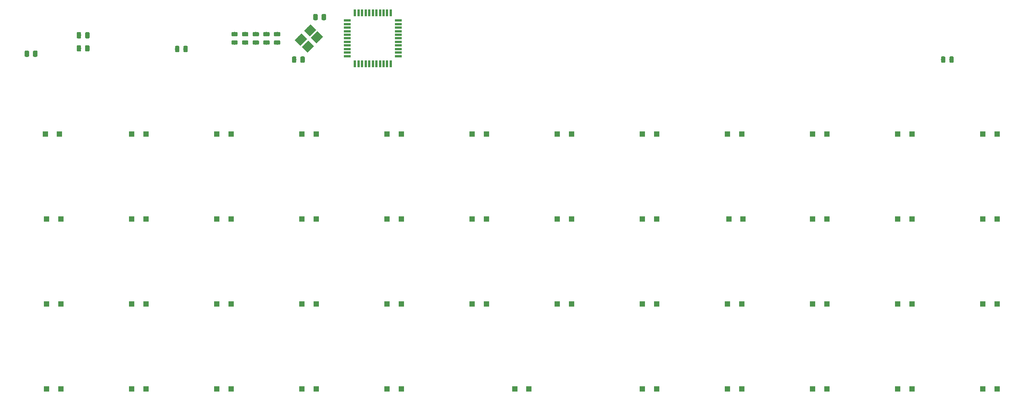
<source format=gbr>
G04 #@! TF.GenerationSoftware,KiCad,Pcbnew,(5.1.0)-1*
G04 #@! TF.CreationDate,2020-08-27T01:02:26-04:00*
G04 #@! TF.ProjectId,keyboard,6b657962-6f61-4726-942e-6b696361645f,rev?*
G04 #@! TF.SameCoordinates,Original*
G04 #@! TF.FileFunction,Paste,Bot*
G04 #@! TF.FilePolarity,Positive*
%FSLAX46Y46*%
G04 Gerber Fmt 4.6, Leading zero omitted, Abs format (unit mm)*
G04 Created by KiCad (PCBNEW (5.1.0)-1) date 2020-08-27 01:02:26*
%MOMM*%
%LPD*%
G04 APERTURE LIST*
%ADD10C,0.127000*%
%ADD11C,0.975000*%
%ADD12R,1.200000X1.200000*%
%ADD13R,0.550000X1.500000*%
%ADD14R,1.500000X0.550000*%
%ADD15C,1.800000*%
G04 APERTURE END LIST*
D10*
G36*
X89311392Y-37401174D02*
G01*
X89335053Y-37404684D01*
X89358257Y-37410496D01*
X89380779Y-37418554D01*
X89402403Y-37428782D01*
X89422920Y-37441079D01*
X89442133Y-37455329D01*
X89459857Y-37471393D01*
X89475921Y-37489117D01*
X89490171Y-37508330D01*
X89502468Y-37528847D01*
X89512696Y-37550471D01*
X89520754Y-37572993D01*
X89526566Y-37596197D01*
X89530076Y-37619858D01*
X89531250Y-37643750D01*
X89531250Y-38556250D01*
X89530076Y-38580142D01*
X89526566Y-38603803D01*
X89520754Y-38627007D01*
X89512696Y-38649529D01*
X89502468Y-38671153D01*
X89490171Y-38691670D01*
X89475921Y-38710883D01*
X89459857Y-38728607D01*
X89442133Y-38744671D01*
X89422920Y-38758921D01*
X89402403Y-38771218D01*
X89380779Y-38781446D01*
X89358257Y-38789504D01*
X89335053Y-38795316D01*
X89311392Y-38798826D01*
X89287500Y-38800000D01*
X88800000Y-38800000D01*
X88776108Y-38798826D01*
X88752447Y-38795316D01*
X88729243Y-38789504D01*
X88706721Y-38781446D01*
X88685097Y-38771218D01*
X88664580Y-38758921D01*
X88645367Y-38744671D01*
X88627643Y-38728607D01*
X88611579Y-38710883D01*
X88597329Y-38691670D01*
X88585032Y-38671153D01*
X88574804Y-38649529D01*
X88566746Y-38627007D01*
X88560934Y-38603803D01*
X88557424Y-38580142D01*
X88556250Y-38556250D01*
X88556250Y-37643750D01*
X88557424Y-37619858D01*
X88560934Y-37596197D01*
X88566746Y-37572993D01*
X88574804Y-37550471D01*
X88585032Y-37528847D01*
X88597329Y-37508330D01*
X88611579Y-37489117D01*
X88627643Y-37471393D01*
X88645367Y-37455329D01*
X88664580Y-37441079D01*
X88685097Y-37428782D01*
X88706721Y-37418554D01*
X88729243Y-37410496D01*
X88752447Y-37404684D01*
X88776108Y-37401174D01*
X88800000Y-37400000D01*
X89287500Y-37400000D01*
X89311392Y-37401174D01*
X89311392Y-37401174D01*
G37*
D11*
X89043750Y-38100000D03*
D10*
G36*
X87436392Y-37401174D02*
G01*
X87460053Y-37404684D01*
X87483257Y-37410496D01*
X87505779Y-37418554D01*
X87527403Y-37428782D01*
X87547920Y-37441079D01*
X87567133Y-37455329D01*
X87584857Y-37471393D01*
X87600921Y-37489117D01*
X87615171Y-37508330D01*
X87627468Y-37528847D01*
X87637696Y-37550471D01*
X87645754Y-37572993D01*
X87651566Y-37596197D01*
X87655076Y-37619858D01*
X87656250Y-37643750D01*
X87656250Y-38556250D01*
X87655076Y-38580142D01*
X87651566Y-38603803D01*
X87645754Y-38627007D01*
X87637696Y-38649529D01*
X87627468Y-38671153D01*
X87615171Y-38691670D01*
X87600921Y-38710883D01*
X87584857Y-38728607D01*
X87567133Y-38744671D01*
X87547920Y-38758921D01*
X87527403Y-38771218D01*
X87505779Y-38781446D01*
X87483257Y-38789504D01*
X87460053Y-38795316D01*
X87436392Y-38798826D01*
X87412500Y-38800000D01*
X86925000Y-38800000D01*
X86901108Y-38798826D01*
X86877447Y-38795316D01*
X86854243Y-38789504D01*
X86831721Y-38781446D01*
X86810097Y-38771218D01*
X86789580Y-38758921D01*
X86770367Y-38744671D01*
X86752643Y-38728607D01*
X86736579Y-38710883D01*
X86722329Y-38691670D01*
X86710032Y-38671153D01*
X86699804Y-38649529D01*
X86691746Y-38627007D01*
X86685934Y-38603803D01*
X86682424Y-38580142D01*
X86681250Y-38556250D01*
X86681250Y-37643750D01*
X86682424Y-37619858D01*
X86685934Y-37596197D01*
X86691746Y-37572993D01*
X86699804Y-37550471D01*
X86710032Y-37528847D01*
X86722329Y-37508330D01*
X86736579Y-37489117D01*
X86752643Y-37471393D01*
X86770367Y-37455329D01*
X86789580Y-37441079D01*
X86810097Y-37428782D01*
X86831721Y-37418554D01*
X86854243Y-37410496D01*
X86877447Y-37404684D01*
X86901108Y-37401174D01*
X86925000Y-37400000D01*
X87412500Y-37400000D01*
X87436392Y-37401174D01*
X87436392Y-37401174D01*
G37*
D11*
X87168750Y-38100000D03*
D10*
G36*
X84548892Y-46926174D02*
G01*
X84572553Y-46929684D01*
X84595757Y-46935496D01*
X84618279Y-46943554D01*
X84639903Y-46953782D01*
X84660420Y-46966079D01*
X84679633Y-46980329D01*
X84697357Y-46996393D01*
X84713421Y-47014117D01*
X84727671Y-47033330D01*
X84739968Y-47053847D01*
X84750196Y-47075471D01*
X84758254Y-47097993D01*
X84764066Y-47121197D01*
X84767576Y-47144858D01*
X84768750Y-47168750D01*
X84768750Y-48081250D01*
X84767576Y-48105142D01*
X84764066Y-48128803D01*
X84758254Y-48152007D01*
X84750196Y-48174529D01*
X84739968Y-48196153D01*
X84727671Y-48216670D01*
X84713421Y-48235883D01*
X84697357Y-48253607D01*
X84679633Y-48269671D01*
X84660420Y-48283921D01*
X84639903Y-48296218D01*
X84618279Y-48306446D01*
X84595757Y-48314504D01*
X84572553Y-48320316D01*
X84548892Y-48323826D01*
X84525000Y-48325000D01*
X84037500Y-48325000D01*
X84013608Y-48323826D01*
X83989947Y-48320316D01*
X83966743Y-48314504D01*
X83944221Y-48306446D01*
X83922597Y-48296218D01*
X83902080Y-48283921D01*
X83882867Y-48269671D01*
X83865143Y-48253607D01*
X83849079Y-48235883D01*
X83834829Y-48216670D01*
X83822532Y-48196153D01*
X83812304Y-48174529D01*
X83804246Y-48152007D01*
X83798434Y-48128803D01*
X83794924Y-48105142D01*
X83793750Y-48081250D01*
X83793750Y-47168750D01*
X83794924Y-47144858D01*
X83798434Y-47121197D01*
X83804246Y-47097993D01*
X83812304Y-47075471D01*
X83822532Y-47053847D01*
X83834829Y-47033330D01*
X83849079Y-47014117D01*
X83865143Y-46996393D01*
X83882867Y-46980329D01*
X83902080Y-46966079D01*
X83922597Y-46953782D01*
X83944221Y-46943554D01*
X83966743Y-46935496D01*
X83989947Y-46929684D01*
X84013608Y-46926174D01*
X84037500Y-46925000D01*
X84525000Y-46925000D01*
X84548892Y-46926174D01*
X84548892Y-46926174D01*
G37*
D11*
X84281250Y-47625000D03*
D10*
G36*
X82673892Y-46926174D02*
G01*
X82697553Y-46929684D01*
X82720757Y-46935496D01*
X82743279Y-46943554D01*
X82764903Y-46953782D01*
X82785420Y-46966079D01*
X82804633Y-46980329D01*
X82822357Y-46996393D01*
X82838421Y-47014117D01*
X82852671Y-47033330D01*
X82864968Y-47053847D01*
X82875196Y-47075471D01*
X82883254Y-47097993D01*
X82889066Y-47121197D01*
X82892576Y-47144858D01*
X82893750Y-47168750D01*
X82893750Y-48081250D01*
X82892576Y-48105142D01*
X82889066Y-48128803D01*
X82883254Y-48152007D01*
X82875196Y-48174529D01*
X82864968Y-48196153D01*
X82852671Y-48216670D01*
X82838421Y-48235883D01*
X82822357Y-48253607D01*
X82804633Y-48269671D01*
X82785420Y-48283921D01*
X82764903Y-48296218D01*
X82743279Y-48306446D01*
X82720757Y-48314504D01*
X82697553Y-48320316D01*
X82673892Y-48323826D01*
X82650000Y-48325000D01*
X82162500Y-48325000D01*
X82138608Y-48323826D01*
X82114947Y-48320316D01*
X82091743Y-48314504D01*
X82069221Y-48306446D01*
X82047597Y-48296218D01*
X82027080Y-48283921D01*
X82007867Y-48269671D01*
X81990143Y-48253607D01*
X81974079Y-48235883D01*
X81959829Y-48216670D01*
X81947532Y-48196153D01*
X81937304Y-48174529D01*
X81929246Y-48152007D01*
X81923434Y-48128803D01*
X81919924Y-48105142D01*
X81918750Y-48081250D01*
X81918750Y-47168750D01*
X81919924Y-47144858D01*
X81923434Y-47121197D01*
X81929246Y-47097993D01*
X81937304Y-47075471D01*
X81947532Y-47053847D01*
X81959829Y-47033330D01*
X81974079Y-47014117D01*
X81990143Y-46996393D01*
X82007867Y-46980329D01*
X82027080Y-46966079D01*
X82047597Y-46953782D01*
X82069221Y-46943554D01*
X82091743Y-46935496D01*
X82114947Y-46929684D01*
X82138608Y-46926174D01*
X82162500Y-46925000D01*
X82650000Y-46925000D01*
X82673892Y-46926174D01*
X82673892Y-46926174D01*
G37*
D11*
X82406250Y-47625000D03*
D10*
G36*
X79061392Y-43313674D02*
G01*
X79085053Y-43317184D01*
X79108257Y-43322996D01*
X79130779Y-43331054D01*
X79152403Y-43341282D01*
X79172920Y-43353579D01*
X79192133Y-43367829D01*
X79209857Y-43383893D01*
X79225921Y-43401617D01*
X79240171Y-43420830D01*
X79252468Y-43441347D01*
X79262696Y-43462971D01*
X79270754Y-43485493D01*
X79276566Y-43508697D01*
X79280076Y-43532358D01*
X79281250Y-43556250D01*
X79281250Y-44043750D01*
X79280076Y-44067642D01*
X79276566Y-44091303D01*
X79270754Y-44114507D01*
X79262696Y-44137029D01*
X79252468Y-44158653D01*
X79240171Y-44179170D01*
X79225921Y-44198383D01*
X79209857Y-44216107D01*
X79192133Y-44232171D01*
X79172920Y-44246421D01*
X79152403Y-44258718D01*
X79130779Y-44268946D01*
X79108257Y-44277004D01*
X79085053Y-44282816D01*
X79061392Y-44286326D01*
X79037500Y-44287500D01*
X78125000Y-44287500D01*
X78101108Y-44286326D01*
X78077447Y-44282816D01*
X78054243Y-44277004D01*
X78031721Y-44268946D01*
X78010097Y-44258718D01*
X77989580Y-44246421D01*
X77970367Y-44232171D01*
X77952643Y-44216107D01*
X77936579Y-44198383D01*
X77922329Y-44179170D01*
X77910032Y-44158653D01*
X77899804Y-44137029D01*
X77891746Y-44114507D01*
X77885934Y-44091303D01*
X77882424Y-44067642D01*
X77881250Y-44043750D01*
X77881250Y-43556250D01*
X77882424Y-43532358D01*
X77885934Y-43508697D01*
X77891746Y-43485493D01*
X77899804Y-43462971D01*
X77910032Y-43441347D01*
X77922329Y-43420830D01*
X77936579Y-43401617D01*
X77952643Y-43383893D01*
X77970367Y-43367829D01*
X77989580Y-43353579D01*
X78010097Y-43341282D01*
X78031721Y-43331054D01*
X78054243Y-43322996D01*
X78077447Y-43317184D01*
X78101108Y-43313674D01*
X78125000Y-43312500D01*
X79037500Y-43312500D01*
X79061392Y-43313674D01*
X79061392Y-43313674D01*
G37*
D11*
X78581250Y-43800000D03*
D10*
G36*
X79061392Y-41438674D02*
G01*
X79085053Y-41442184D01*
X79108257Y-41447996D01*
X79130779Y-41456054D01*
X79152403Y-41466282D01*
X79172920Y-41478579D01*
X79192133Y-41492829D01*
X79209857Y-41508893D01*
X79225921Y-41526617D01*
X79240171Y-41545830D01*
X79252468Y-41566347D01*
X79262696Y-41587971D01*
X79270754Y-41610493D01*
X79276566Y-41633697D01*
X79280076Y-41657358D01*
X79281250Y-41681250D01*
X79281250Y-42168750D01*
X79280076Y-42192642D01*
X79276566Y-42216303D01*
X79270754Y-42239507D01*
X79262696Y-42262029D01*
X79252468Y-42283653D01*
X79240171Y-42304170D01*
X79225921Y-42323383D01*
X79209857Y-42341107D01*
X79192133Y-42357171D01*
X79172920Y-42371421D01*
X79152403Y-42383718D01*
X79130779Y-42393946D01*
X79108257Y-42402004D01*
X79085053Y-42407816D01*
X79061392Y-42411326D01*
X79037500Y-42412500D01*
X78125000Y-42412500D01*
X78101108Y-42411326D01*
X78077447Y-42407816D01*
X78054243Y-42402004D01*
X78031721Y-42393946D01*
X78010097Y-42383718D01*
X77989580Y-42371421D01*
X77970367Y-42357171D01*
X77952643Y-42341107D01*
X77936579Y-42323383D01*
X77922329Y-42304170D01*
X77910032Y-42283653D01*
X77899804Y-42262029D01*
X77891746Y-42239507D01*
X77885934Y-42216303D01*
X77882424Y-42192642D01*
X77881250Y-42168750D01*
X77881250Y-41681250D01*
X77882424Y-41657358D01*
X77885934Y-41633697D01*
X77891746Y-41610493D01*
X77899804Y-41587971D01*
X77910032Y-41566347D01*
X77922329Y-41545830D01*
X77936579Y-41526617D01*
X77952643Y-41508893D01*
X77970367Y-41492829D01*
X77989580Y-41478579D01*
X78010097Y-41466282D01*
X78031721Y-41456054D01*
X78054243Y-41447996D01*
X78077447Y-41442184D01*
X78101108Y-41438674D01*
X78125000Y-41437500D01*
X79037500Y-41437500D01*
X79061392Y-41438674D01*
X79061392Y-41438674D01*
G37*
D11*
X78581250Y-41925000D03*
D10*
G36*
X76680142Y-43313674D02*
G01*
X76703803Y-43317184D01*
X76727007Y-43322996D01*
X76749529Y-43331054D01*
X76771153Y-43341282D01*
X76791670Y-43353579D01*
X76810883Y-43367829D01*
X76828607Y-43383893D01*
X76844671Y-43401617D01*
X76858921Y-43420830D01*
X76871218Y-43441347D01*
X76881446Y-43462971D01*
X76889504Y-43485493D01*
X76895316Y-43508697D01*
X76898826Y-43532358D01*
X76900000Y-43556250D01*
X76900000Y-44043750D01*
X76898826Y-44067642D01*
X76895316Y-44091303D01*
X76889504Y-44114507D01*
X76881446Y-44137029D01*
X76871218Y-44158653D01*
X76858921Y-44179170D01*
X76844671Y-44198383D01*
X76828607Y-44216107D01*
X76810883Y-44232171D01*
X76791670Y-44246421D01*
X76771153Y-44258718D01*
X76749529Y-44268946D01*
X76727007Y-44277004D01*
X76703803Y-44282816D01*
X76680142Y-44286326D01*
X76656250Y-44287500D01*
X75743750Y-44287500D01*
X75719858Y-44286326D01*
X75696197Y-44282816D01*
X75672993Y-44277004D01*
X75650471Y-44268946D01*
X75628847Y-44258718D01*
X75608330Y-44246421D01*
X75589117Y-44232171D01*
X75571393Y-44216107D01*
X75555329Y-44198383D01*
X75541079Y-44179170D01*
X75528782Y-44158653D01*
X75518554Y-44137029D01*
X75510496Y-44114507D01*
X75504684Y-44091303D01*
X75501174Y-44067642D01*
X75500000Y-44043750D01*
X75500000Y-43556250D01*
X75501174Y-43532358D01*
X75504684Y-43508697D01*
X75510496Y-43485493D01*
X75518554Y-43462971D01*
X75528782Y-43441347D01*
X75541079Y-43420830D01*
X75555329Y-43401617D01*
X75571393Y-43383893D01*
X75589117Y-43367829D01*
X75608330Y-43353579D01*
X75628847Y-43341282D01*
X75650471Y-43331054D01*
X75672993Y-43322996D01*
X75696197Y-43317184D01*
X75719858Y-43313674D01*
X75743750Y-43312500D01*
X76656250Y-43312500D01*
X76680142Y-43313674D01*
X76680142Y-43313674D01*
G37*
D11*
X76200000Y-43800000D03*
D10*
G36*
X76680142Y-41438674D02*
G01*
X76703803Y-41442184D01*
X76727007Y-41447996D01*
X76749529Y-41456054D01*
X76771153Y-41466282D01*
X76791670Y-41478579D01*
X76810883Y-41492829D01*
X76828607Y-41508893D01*
X76844671Y-41526617D01*
X76858921Y-41545830D01*
X76871218Y-41566347D01*
X76881446Y-41587971D01*
X76889504Y-41610493D01*
X76895316Y-41633697D01*
X76898826Y-41657358D01*
X76900000Y-41681250D01*
X76900000Y-42168750D01*
X76898826Y-42192642D01*
X76895316Y-42216303D01*
X76889504Y-42239507D01*
X76881446Y-42262029D01*
X76871218Y-42283653D01*
X76858921Y-42304170D01*
X76844671Y-42323383D01*
X76828607Y-42341107D01*
X76810883Y-42357171D01*
X76791670Y-42371421D01*
X76771153Y-42383718D01*
X76749529Y-42393946D01*
X76727007Y-42402004D01*
X76703803Y-42407816D01*
X76680142Y-42411326D01*
X76656250Y-42412500D01*
X75743750Y-42412500D01*
X75719858Y-42411326D01*
X75696197Y-42407816D01*
X75672993Y-42402004D01*
X75650471Y-42393946D01*
X75628847Y-42383718D01*
X75608330Y-42371421D01*
X75589117Y-42357171D01*
X75571393Y-42341107D01*
X75555329Y-42323383D01*
X75541079Y-42304170D01*
X75528782Y-42283653D01*
X75518554Y-42262029D01*
X75510496Y-42239507D01*
X75504684Y-42216303D01*
X75501174Y-42192642D01*
X75500000Y-42168750D01*
X75500000Y-41681250D01*
X75501174Y-41657358D01*
X75504684Y-41633697D01*
X75510496Y-41610493D01*
X75518554Y-41587971D01*
X75528782Y-41566347D01*
X75541079Y-41545830D01*
X75555329Y-41526617D01*
X75571393Y-41508893D01*
X75589117Y-41492829D01*
X75608330Y-41478579D01*
X75628847Y-41466282D01*
X75650471Y-41456054D01*
X75672993Y-41447996D01*
X75696197Y-41442184D01*
X75719858Y-41438674D01*
X75743750Y-41437500D01*
X76656250Y-41437500D01*
X76680142Y-41438674D01*
X76680142Y-41438674D01*
G37*
D11*
X76200000Y-41925000D03*
D10*
G36*
X74298892Y-43313674D02*
G01*
X74322553Y-43317184D01*
X74345757Y-43322996D01*
X74368279Y-43331054D01*
X74389903Y-43341282D01*
X74410420Y-43353579D01*
X74429633Y-43367829D01*
X74447357Y-43383893D01*
X74463421Y-43401617D01*
X74477671Y-43420830D01*
X74489968Y-43441347D01*
X74500196Y-43462971D01*
X74508254Y-43485493D01*
X74514066Y-43508697D01*
X74517576Y-43532358D01*
X74518750Y-43556250D01*
X74518750Y-44043750D01*
X74517576Y-44067642D01*
X74514066Y-44091303D01*
X74508254Y-44114507D01*
X74500196Y-44137029D01*
X74489968Y-44158653D01*
X74477671Y-44179170D01*
X74463421Y-44198383D01*
X74447357Y-44216107D01*
X74429633Y-44232171D01*
X74410420Y-44246421D01*
X74389903Y-44258718D01*
X74368279Y-44268946D01*
X74345757Y-44277004D01*
X74322553Y-44282816D01*
X74298892Y-44286326D01*
X74275000Y-44287500D01*
X73362500Y-44287500D01*
X73338608Y-44286326D01*
X73314947Y-44282816D01*
X73291743Y-44277004D01*
X73269221Y-44268946D01*
X73247597Y-44258718D01*
X73227080Y-44246421D01*
X73207867Y-44232171D01*
X73190143Y-44216107D01*
X73174079Y-44198383D01*
X73159829Y-44179170D01*
X73147532Y-44158653D01*
X73137304Y-44137029D01*
X73129246Y-44114507D01*
X73123434Y-44091303D01*
X73119924Y-44067642D01*
X73118750Y-44043750D01*
X73118750Y-43556250D01*
X73119924Y-43532358D01*
X73123434Y-43508697D01*
X73129246Y-43485493D01*
X73137304Y-43462971D01*
X73147532Y-43441347D01*
X73159829Y-43420830D01*
X73174079Y-43401617D01*
X73190143Y-43383893D01*
X73207867Y-43367829D01*
X73227080Y-43353579D01*
X73247597Y-43341282D01*
X73269221Y-43331054D01*
X73291743Y-43322996D01*
X73314947Y-43317184D01*
X73338608Y-43313674D01*
X73362500Y-43312500D01*
X74275000Y-43312500D01*
X74298892Y-43313674D01*
X74298892Y-43313674D01*
G37*
D11*
X73818750Y-43800000D03*
D10*
G36*
X74298892Y-41438674D02*
G01*
X74322553Y-41442184D01*
X74345757Y-41447996D01*
X74368279Y-41456054D01*
X74389903Y-41466282D01*
X74410420Y-41478579D01*
X74429633Y-41492829D01*
X74447357Y-41508893D01*
X74463421Y-41526617D01*
X74477671Y-41545830D01*
X74489968Y-41566347D01*
X74500196Y-41587971D01*
X74508254Y-41610493D01*
X74514066Y-41633697D01*
X74517576Y-41657358D01*
X74518750Y-41681250D01*
X74518750Y-42168750D01*
X74517576Y-42192642D01*
X74514066Y-42216303D01*
X74508254Y-42239507D01*
X74500196Y-42262029D01*
X74489968Y-42283653D01*
X74477671Y-42304170D01*
X74463421Y-42323383D01*
X74447357Y-42341107D01*
X74429633Y-42357171D01*
X74410420Y-42371421D01*
X74389903Y-42383718D01*
X74368279Y-42393946D01*
X74345757Y-42402004D01*
X74322553Y-42407816D01*
X74298892Y-42411326D01*
X74275000Y-42412500D01*
X73362500Y-42412500D01*
X73338608Y-42411326D01*
X73314947Y-42407816D01*
X73291743Y-42402004D01*
X73269221Y-42393946D01*
X73247597Y-42383718D01*
X73227080Y-42371421D01*
X73207867Y-42357171D01*
X73190143Y-42341107D01*
X73174079Y-42323383D01*
X73159829Y-42304170D01*
X73147532Y-42283653D01*
X73137304Y-42262029D01*
X73129246Y-42239507D01*
X73123434Y-42216303D01*
X73119924Y-42192642D01*
X73118750Y-42168750D01*
X73118750Y-41681250D01*
X73119924Y-41657358D01*
X73123434Y-41633697D01*
X73129246Y-41610493D01*
X73137304Y-41587971D01*
X73147532Y-41566347D01*
X73159829Y-41545830D01*
X73174079Y-41526617D01*
X73190143Y-41508893D01*
X73207867Y-41492829D01*
X73227080Y-41478579D01*
X73247597Y-41466282D01*
X73269221Y-41456054D01*
X73291743Y-41447996D01*
X73314947Y-41442184D01*
X73338608Y-41438674D01*
X73362500Y-41437500D01*
X74275000Y-41437500D01*
X74298892Y-41438674D01*
X74298892Y-41438674D01*
G37*
D11*
X73818750Y-41925000D03*
D10*
G36*
X71917642Y-41438674D02*
G01*
X71941303Y-41442184D01*
X71964507Y-41447996D01*
X71987029Y-41456054D01*
X72008653Y-41466282D01*
X72029170Y-41478579D01*
X72048383Y-41492829D01*
X72066107Y-41508893D01*
X72082171Y-41526617D01*
X72096421Y-41545830D01*
X72108718Y-41566347D01*
X72118946Y-41587971D01*
X72127004Y-41610493D01*
X72132816Y-41633697D01*
X72136326Y-41657358D01*
X72137500Y-41681250D01*
X72137500Y-42168750D01*
X72136326Y-42192642D01*
X72132816Y-42216303D01*
X72127004Y-42239507D01*
X72118946Y-42262029D01*
X72108718Y-42283653D01*
X72096421Y-42304170D01*
X72082171Y-42323383D01*
X72066107Y-42341107D01*
X72048383Y-42357171D01*
X72029170Y-42371421D01*
X72008653Y-42383718D01*
X71987029Y-42393946D01*
X71964507Y-42402004D01*
X71941303Y-42407816D01*
X71917642Y-42411326D01*
X71893750Y-42412500D01*
X70981250Y-42412500D01*
X70957358Y-42411326D01*
X70933697Y-42407816D01*
X70910493Y-42402004D01*
X70887971Y-42393946D01*
X70866347Y-42383718D01*
X70845830Y-42371421D01*
X70826617Y-42357171D01*
X70808893Y-42341107D01*
X70792829Y-42323383D01*
X70778579Y-42304170D01*
X70766282Y-42283653D01*
X70756054Y-42262029D01*
X70747996Y-42239507D01*
X70742184Y-42216303D01*
X70738674Y-42192642D01*
X70737500Y-42168750D01*
X70737500Y-41681250D01*
X70738674Y-41657358D01*
X70742184Y-41633697D01*
X70747996Y-41610493D01*
X70756054Y-41587971D01*
X70766282Y-41566347D01*
X70778579Y-41545830D01*
X70792829Y-41526617D01*
X70808893Y-41508893D01*
X70826617Y-41492829D01*
X70845830Y-41478579D01*
X70866347Y-41466282D01*
X70887971Y-41456054D01*
X70910493Y-41447996D01*
X70933697Y-41442184D01*
X70957358Y-41438674D01*
X70981250Y-41437500D01*
X71893750Y-41437500D01*
X71917642Y-41438674D01*
X71917642Y-41438674D01*
G37*
D11*
X71437500Y-41925000D03*
D10*
G36*
X71917642Y-43313674D02*
G01*
X71941303Y-43317184D01*
X71964507Y-43322996D01*
X71987029Y-43331054D01*
X72008653Y-43341282D01*
X72029170Y-43353579D01*
X72048383Y-43367829D01*
X72066107Y-43383893D01*
X72082171Y-43401617D01*
X72096421Y-43420830D01*
X72108718Y-43441347D01*
X72118946Y-43462971D01*
X72127004Y-43485493D01*
X72132816Y-43508697D01*
X72136326Y-43532358D01*
X72137500Y-43556250D01*
X72137500Y-44043750D01*
X72136326Y-44067642D01*
X72132816Y-44091303D01*
X72127004Y-44114507D01*
X72118946Y-44137029D01*
X72108718Y-44158653D01*
X72096421Y-44179170D01*
X72082171Y-44198383D01*
X72066107Y-44216107D01*
X72048383Y-44232171D01*
X72029170Y-44246421D01*
X72008653Y-44258718D01*
X71987029Y-44268946D01*
X71964507Y-44277004D01*
X71941303Y-44282816D01*
X71917642Y-44286326D01*
X71893750Y-44287500D01*
X70981250Y-44287500D01*
X70957358Y-44286326D01*
X70933697Y-44282816D01*
X70910493Y-44277004D01*
X70887971Y-44268946D01*
X70866347Y-44258718D01*
X70845830Y-44246421D01*
X70826617Y-44232171D01*
X70808893Y-44216107D01*
X70792829Y-44198383D01*
X70778579Y-44179170D01*
X70766282Y-44158653D01*
X70756054Y-44137029D01*
X70747996Y-44114507D01*
X70742184Y-44091303D01*
X70738674Y-44067642D01*
X70737500Y-44043750D01*
X70737500Y-43556250D01*
X70738674Y-43532358D01*
X70742184Y-43508697D01*
X70747996Y-43485493D01*
X70756054Y-43462971D01*
X70766282Y-43441347D01*
X70778579Y-43420830D01*
X70792829Y-43401617D01*
X70808893Y-43383893D01*
X70826617Y-43367829D01*
X70845830Y-43353579D01*
X70866347Y-43341282D01*
X70887971Y-43331054D01*
X70910493Y-43322996D01*
X70933697Y-43317184D01*
X70957358Y-43313674D01*
X70981250Y-43312500D01*
X71893750Y-43312500D01*
X71917642Y-43313674D01*
X71917642Y-43313674D01*
G37*
D11*
X71437500Y-43800000D03*
D10*
G36*
X69536392Y-41438674D02*
G01*
X69560053Y-41442184D01*
X69583257Y-41447996D01*
X69605779Y-41456054D01*
X69627403Y-41466282D01*
X69647920Y-41478579D01*
X69667133Y-41492829D01*
X69684857Y-41508893D01*
X69700921Y-41526617D01*
X69715171Y-41545830D01*
X69727468Y-41566347D01*
X69737696Y-41587971D01*
X69745754Y-41610493D01*
X69751566Y-41633697D01*
X69755076Y-41657358D01*
X69756250Y-41681250D01*
X69756250Y-42168750D01*
X69755076Y-42192642D01*
X69751566Y-42216303D01*
X69745754Y-42239507D01*
X69737696Y-42262029D01*
X69727468Y-42283653D01*
X69715171Y-42304170D01*
X69700921Y-42323383D01*
X69684857Y-42341107D01*
X69667133Y-42357171D01*
X69647920Y-42371421D01*
X69627403Y-42383718D01*
X69605779Y-42393946D01*
X69583257Y-42402004D01*
X69560053Y-42407816D01*
X69536392Y-42411326D01*
X69512500Y-42412500D01*
X68600000Y-42412500D01*
X68576108Y-42411326D01*
X68552447Y-42407816D01*
X68529243Y-42402004D01*
X68506721Y-42393946D01*
X68485097Y-42383718D01*
X68464580Y-42371421D01*
X68445367Y-42357171D01*
X68427643Y-42341107D01*
X68411579Y-42323383D01*
X68397329Y-42304170D01*
X68385032Y-42283653D01*
X68374804Y-42262029D01*
X68366746Y-42239507D01*
X68360934Y-42216303D01*
X68357424Y-42192642D01*
X68356250Y-42168750D01*
X68356250Y-41681250D01*
X68357424Y-41657358D01*
X68360934Y-41633697D01*
X68366746Y-41610493D01*
X68374804Y-41587971D01*
X68385032Y-41566347D01*
X68397329Y-41545830D01*
X68411579Y-41526617D01*
X68427643Y-41508893D01*
X68445367Y-41492829D01*
X68464580Y-41478579D01*
X68485097Y-41466282D01*
X68506721Y-41456054D01*
X68529243Y-41447996D01*
X68552447Y-41442184D01*
X68576108Y-41438674D01*
X68600000Y-41437500D01*
X69512500Y-41437500D01*
X69536392Y-41438674D01*
X69536392Y-41438674D01*
G37*
D11*
X69056250Y-41925000D03*
D10*
G36*
X69536392Y-43313674D02*
G01*
X69560053Y-43317184D01*
X69583257Y-43322996D01*
X69605779Y-43331054D01*
X69627403Y-43341282D01*
X69647920Y-43353579D01*
X69667133Y-43367829D01*
X69684857Y-43383893D01*
X69700921Y-43401617D01*
X69715171Y-43420830D01*
X69727468Y-43441347D01*
X69737696Y-43462971D01*
X69745754Y-43485493D01*
X69751566Y-43508697D01*
X69755076Y-43532358D01*
X69756250Y-43556250D01*
X69756250Y-44043750D01*
X69755076Y-44067642D01*
X69751566Y-44091303D01*
X69745754Y-44114507D01*
X69737696Y-44137029D01*
X69727468Y-44158653D01*
X69715171Y-44179170D01*
X69700921Y-44198383D01*
X69684857Y-44216107D01*
X69667133Y-44232171D01*
X69647920Y-44246421D01*
X69627403Y-44258718D01*
X69605779Y-44268946D01*
X69583257Y-44277004D01*
X69560053Y-44282816D01*
X69536392Y-44286326D01*
X69512500Y-44287500D01*
X68600000Y-44287500D01*
X68576108Y-44286326D01*
X68552447Y-44282816D01*
X68529243Y-44277004D01*
X68506721Y-44268946D01*
X68485097Y-44258718D01*
X68464580Y-44246421D01*
X68445367Y-44232171D01*
X68427643Y-44216107D01*
X68411579Y-44198383D01*
X68397329Y-44179170D01*
X68385032Y-44158653D01*
X68374804Y-44137029D01*
X68366746Y-44114507D01*
X68360934Y-44091303D01*
X68357424Y-44067642D01*
X68356250Y-44043750D01*
X68356250Y-43556250D01*
X68357424Y-43532358D01*
X68360934Y-43508697D01*
X68366746Y-43485493D01*
X68374804Y-43462971D01*
X68385032Y-43441347D01*
X68397329Y-43420830D01*
X68411579Y-43401617D01*
X68427643Y-43383893D01*
X68445367Y-43367829D01*
X68464580Y-43353579D01*
X68485097Y-43341282D01*
X68506721Y-43331054D01*
X68529243Y-43322996D01*
X68552447Y-43317184D01*
X68576108Y-43313674D01*
X68600000Y-43312500D01*
X69512500Y-43312500D01*
X69536392Y-43313674D01*
X69536392Y-43313674D01*
G37*
D11*
X69056250Y-43800000D03*
D10*
G36*
X34496393Y-41476173D02*
G01*
X34520054Y-41479683D01*
X34543258Y-41485495D01*
X34565780Y-41493553D01*
X34587404Y-41503781D01*
X34607921Y-41516078D01*
X34627134Y-41530328D01*
X34644858Y-41546392D01*
X34660922Y-41564116D01*
X34675172Y-41583329D01*
X34687469Y-41603846D01*
X34697697Y-41625470D01*
X34705755Y-41647992D01*
X34711567Y-41671196D01*
X34715077Y-41694857D01*
X34716251Y-41718749D01*
X34716251Y-42631249D01*
X34715077Y-42655141D01*
X34711567Y-42678802D01*
X34705755Y-42702006D01*
X34697697Y-42724528D01*
X34687469Y-42746152D01*
X34675172Y-42766669D01*
X34660922Y-42785882D01*
X34644858Y-42803606D01*
X34627134Y-42819670D01*
X34607921Y-42833920D01*
X34587404Y-42846217D01*
X34565780Y-42856445D01*
X34543258Y-42864503D01*
X34520054Y-42870315D01*
X34496393Y-42873825D01*
X34472501Y-42874999D01*
X33985001Y-42874999D01*
X33961109Y-42873825D01*
X33937448Y-42870315D01*
X33914244Y-42864503D01*
X33891722Y-42856445D01*
X33870098Y-42846217D01*
X33849581Y-42833920D01*
X33830368Y-42819670D01*
X33812644Y-42803606D01*
X33796580Y-42785882D01*
X33782330Y-42766669D01*
X33770033Y-42746152D01*
X33759805Y-42724528D01*
X33751747Y-42702006D01*
X33745935Y-42678802D01*
X33742425Y-42655141D01*
X33741251Y-42631249D01*
X33741251Y-41718749D01*
X33742425Y-41694857D01*
X33745935Y-41671196D01*
X33751747Y-41647992D01*
X33759805Y-41625470D01*
X33770033Y-41603846D01*
X33782330Y-41583329D01*
X33796580Y-41564116D01*
X33812644Y-41546392D01*
X33830368Y-41530328D01*
X33849581Y-41516078D01*
X33870098Y-41503781D01*
X33891722Y-41493553D01*
X33914244Y-41485495D01*
X33937448Y-41479683D01*
X33961109Y-41476173D01*
X33985001Y-41474999D01*
X34472501Y-41474999D01*
X34496393Y-41476173D01*
X34496393Y-41476173D01*
G37*
D11*
X34228751Y-42174999D03*
D10*
G36*
X36371393Y-41476173D02*
G01*
X36395054Y-41479683D01*
X36418258Y-41485495D01*
X36440780Y-41493553D01*
X36462404Y-41503781D01*
X36482921Y-41516078D01*
X36502134Y-41530328D01*
X36519858Y-41546392D01*
X36535922Y-41564116D01*
X36550172Y-41583329D01*
X36562469Y-41603846D01*
X36572697Y-41625470D01*
X36580755Y-41647992D01*
X36586567Y-41671196D01*
X36590077Y-41694857D01*
X36591251Y-41718749D01*
X36591251Y-42631249D01*
X36590077Y-42655141D01*
X36586567Y-42678802D01*
X36580755Y-42702006D01*
X36572697Y-42724528D01*
X36562469Y-42746152D01*
X36550172Y-42766669D01*
X36535922Y-42785882D01*
X36519858Y-42803606D01*
X36502134Y-42819670D01*
X36482921Y-42833920D01*
X36462404Y-42846217D01*
X36440780Y-42856445D01*
X36418258Y-42864503D01*
X36395054Y-42870315D01*
X36371393Y-42873825D01*
X36347501Y-42874999D01*
X35860001Y-42874999D01*
X35836109Y-42873825D01*
X35812448Y-42870315D01*
X35789244Y-42864503D01*
X35766722Y-42856445D01*
X35745098Y-42846217D01*
X35724581Y-42833920D01*
X35705368Y-42819670D01*
X35687644Y-42803606D01*
X35671580Y-42785882D01*
X35657330Y-42766669D01*
X35645033Y-42746152D01*
X35634805Y-42724528D01*
X35626747Y-42702006D01*
X35620935Y-42678802D01*
X35617425Y-42655141D01*
X35616251Y-42631249D01*
X35616251Y-41718749D01*
X35617425Y-41694857D01*
X35620935Y-41671196D01*
X35626747Y-41647992D01*
X35634805Y-41625470D01*
X35645033Y-41603846D01*
X35657330Y-41583329D01*
X35671580Y-41564116D01*
X35687644Y-41546392D01*
X35705368Y-41530328D01*
X35724581Y-41516078D01*
X35745098Y-41503781D01*
X35766722Y-41493553D01*
X35789244Y-41485495D01*
X35812448Y-41479683D01*
X35836109Y-41476173D01*
X35860001Y-41474999D01*
X36347501Y-41474999D01*
X36371393Y-41476173D01*
X36371393Y-41476173D01*
G37*
D11*
X36103751Y-42174999D03*
D12*
X26681250Y-64293750D03*
X29831250Y-64293750D03*
X49200000Y-64293750D03*
X46050000Y-64293750D03*
X65100000Y-64293750D03*
X68250000Y-64293750D03*
X87300000Y-64293750D03*
X84150000Y-64293750D03*
X106350000Y-64293750D03*
X103200000Y-64293750D03*
X122250000Y-64293750D03*
X125400000Y-64293750D03*
X144450000Y-64293750D03*
X141300000Y-64293750D03*
X160350000Y-64293750D03*
X163500000Y-64293750D03*
X182550000Y-64293750D03*
X179400000Y-64293750D03*
X201600000Y-64293750D03*
X198450000Y-64293750D03*
X217500000Y-64293750D03*
X220650000Y-64293750D03*
X236550000Y-64293750D03*
X239700000Y-64293750D03*
X27000000Y-83343750D03*
X30150000Y-83343750D03*
X49200000Y-83343750D03*
X46050000Y-83343750D03*
X68250000Y-83343750D03*
X65100000Y-83343750D03*
X87300000Y-83343750D03*
X84150000Y-83343750D03*
X103200000Y-83343750D03*
X106350000Y-83343750D03*
X125400000Y-83343750D03*
X122250000Y-83343750D03*
X141300000Y-83343750D03*
X144450000Y-83343750D03*
X160350000Y-83343750D03*
X163500000Y-83343750D03*
X179718750Y-83343750D03*
X182868750Y-83343750D03*
X201600000Y-83343750D03*
X198450000Y-83343750D03*
X217500000Y-83343750D03*
X220650000Y-83343750D03*
X236550000Y-83343750D03*
X239700000Y-83343750D03*
X30150000Y-102393750D03*
X27000000Y-102393750D03*
X46050000Y-102393750D03*
X49200000Y-102393750D03*
X68250000Y-102393750D03*
X65100000Y-102393750D03*
X87300000Y-102393750D03*
X84150000Y-102393750D03*
X106350000Y-102393750D03*
X103200000Y-102393750D03*
X125400000Y-102393750D03*
X122250000Y-102393750D03*
X144450000Y-102393750D03*
X141300000Y-102393750D03*
X163500000Y-102393750D03*
X160350000Y-102393750D03*
X179400000Y-102393750D03*
X182550000Y-102393750D03*
X201600000Y-102393750D03*
X198450000Y-102393750D03*
X217500000Y-102393750D03*
X220650000Y-102393750D03*
X236550000Y-102393750D03*
X239700000Y-102393750D03*
X27000000Y-121443750D03*
X30150000Y-121443750D03*
X49200000Y-121443750D03*
X46050000Y-121443750D03*
X68250000Y-121443750D03*
X65100000Y-121443750D03*
X87300000Y-121443750D03*
X84150000Y-121443750D03*
X103200000Y-121443750D03*
X106350000Y-121443750D03*
X134925000Y-121443750D03*
X131775000Y-121443750D03*
X160350000Y-121443750D03*
X163500000Y-121443750D03*
X179400000Y-121443750D03*
X182550000Y-121443750D03*
X198450000Y-121443750D03*
X201600000Y-121443750D03*
X217500000Y-121443750D03*
X220650000Y-121443750D03*
X239700000Y-121443750D03*
X236550000Y-121443750D03*
D10*
G36*
X227930142Y-46926174D02*
G01*
X227953803Y-46929684D01*
X227977007Y-46935496D01*
X227999529Y-46943554D01*
X228021153Y-46953782D01*
X228041670Y-46966079D01*
X228060883Y-46980329D01*
X228078607Y-46996393D01*
X228094671Y-47014117D01*
X228108921Y-47033330D01*
X228121218Y-47053847D01*
X228131446Y-47075471D01*
X228139504Y-47097993D01*
X228145316Y-47121197D01*
X228148826Y-47144858D01*
X228150000Y-47168750D01*
X228150000Y-48081250D01*
X228148826Y-48105142D01*
X228145316Y-48128803D01*
X228139504Y-48152007D01*
X228131446Y-48174529D01*
X228121218Y-48196153D01*
X228108921Y-48216670D01*
X228094671Y-48235883D01*
X228078607Y-48253607D01*
X228060883Y-48269671D01*
X228041670Y-48283921D01*
X228021153Y-48296218D01*
X227999529Y-48306446D01*
X227977007Y-48314504D01*
X227953803Y-48320316D01*
X227930142Y-48323826D01*
X227906250Y-48325000D01*
X227418750Y-48325000D01*
X227394858Y-48323826D01*
X227371197Y-48320316D01*
X227347993Y-48314504D01*
X227325471Y-48306446D01*
X227303847Y-48296218D01*
X227283330Y-48283921D01*
X227264117Y-48269671D01*
X227246393Y-48253607D01*
X227230329Y-48235883D01*
X227216079Y-48216670D01*
X227203782Y-48196153D01*
X227193554Y-48174529D01*
X227185496Y-48152007D01*
X227179684Y-48128803D01*
X227176174Y-48105142D01*
X227175000Y-48081250D01*
X227175000Y-47168750D01*
X227176174Y-47144858D01*
X227179684Y-47121197D01*
X227185496Y-47097993D01*
X227193554Y-47075471D01*
X227203782Y-47053847D01*
X227216079Y-47033330D01*
X227230329Y-47014117D01*
X227246393Y-46996393D01*
X227264117Y-46980329D01*
X227283330Y-46966079D01*
X227303847Y-46953782D01*
X227325471Y-46943554D01*
X227347993Y-46935496D01*
X227371197Y-46929684D01*
X227394858Y-46926174D01*
X227418750Y-46925000D01*
X227906250Y-46925000D01*
X227930142Y-46926174D01*
X227930142Y-46926174D01*
G37*
D11*
X227662500Y-47625000D03*
D10*
G36*
X229805142Y-46926174D02*
G01*
X229828803Y-46929684D01*
X229852007Y-46935496D01*
X229874529Y-46943554D01*
X229896153Y-46953782D01*
X229916670Y-46966079D01*
X229935883Y-46980329D01*
X229953607Y-46996393D01*
X229969671Y-47014117D01*
X229983921Y-47033330D01*
X229996218Y-47053847D01*
X230006446Y-47075471D01*
X230014504Y-47097993D01*
X230020316Y-47121197D01*
X230023826Y-47144858D01*
X230025000Y-47168750D01*
X230025000Y-48081250D01*
X230023826Y-48105142D01*
X230020316Y-48128803D01*
X230014504Y-48152007D01*
X230006446Y-48174529D01*
X229996218Y-48196153D01*
X229983921Y-48216670D01*
X229969671Y-48235883D01*
X229953607Y-48253607D01*
X229935883Y-48269671D01*
X229916670Y-48283921D01*
X229896153Y-48296218D01*
X229874529Y-48306446D01*
X229852007Y-48314504D01*
X229828803Y-48320316D01*
X229805142Y-48323826D01*
X229781250Y-48325000D01*
X229293750Y-48325000D01*
X229269858Y-48323826D01*
X229246197Y-48320316D01*
X229222993Y-48314504D01*
X229200471Y-48306446D01*
X229178847Y-48296218D01*
X229158330Y-48283921D01*
X229139117Y-48269671D01*
X229121393Y-48253607D01*
X229105329Y-48235883D01*
X229091079Y-48216670D01*
X229078782Y-48196153D01*
X229068554Y-48174529D01*
X229060496Y-48152007D01*
X229054684Y-48128803D01*
X229051174Y-48105142D01*
X229050000Y-48081250D01*
X229050000Y-47168750D01*
X229051174Y-47144858D01*
X229054684Y-47121197D01*
X229060496Y-47097993D01*
X229068554Y-47075471D01*
X229078782Y-47053847D01*
X229091079Y-47033330D01*
X229105329Y-47014117D01*
X229121393Y-46996393D01*
X229139117Y-46980329D01*
X229158330Y-46966079D01*
X229178847Y-46953782D01*
X229200471Y-46943554D01*
X229222993Y-46935496D01*
X229246197Y-46929684D01*
X229269858Y-46926174D01*
X229293750Y-46925000D01*
X229781250Y-46925000D01*
X229805142Y-46926174D01*
X229805142Y-46926174D01*
G37*
D11*
X229537500Y-47625000D03*
D10*
G36*
X34496393Y-44426173D02*
G01*
X34520054Y-44429683D01*
X34543258Y-44435495D01*
X34565780Y-44443553D01*
X34587404Y-44453781D01*
X34607921Y-44466078D01*
X34627134Y-44480328D01*
X34644858Y-44496392D01*
X34660922Y-44514116D01*
X34675172Y-44533329D01*
X34687469Y-44553846D01*
X34697697Y-44575470D01*
X34705755Y-44597992D01*
X34711567Y-44621196D01*
X34715077Y-44644857D01*
X34716251Y-44668749D01*
X34716251Y-45581249D01*
X34715077Y-45605141D01*
X34711567Y-45628802D01*
X34705755Y-45652006D01*
X34697697Y-45674528D01*
X34687469Y-45696152D01*
X34675172Y-45716669D01*
X34660922Y-45735882D01*
X34644858Y-45753606D01*
X34627134Y-45769670D01*
X34607921Y-45783920D01*
X34587404Y-45796217D01*
X34565780Y-45806445D01*
X34543258Y-45814503D01*
X34520054Y-45820315D01*
X34496393Y-45823825D01*
X34472501Y-45824999D01*
X33985001Y-45824999D01*
X33961109Y-45823825D01*
X33937448Y-45820315D01*
X33914244Y-45814503D01*
X33891722Y-45806445D01*
X33870098Y-45796217D01*
X33849581Y-45783920D01*
X33830368Y-45769670D01*
X33812644Y-45753606D01*
X33796580Y-45735882D01*
X33782330Y-45716669D01*
X33770033Y-45696152D01*
X33759805Y-45674528D01*
X33751747Y-45652006D01*
X33745935Y-45628802D01*
X33742425Y-45605141D01*
X33741251Y-45581249D01*
X33741251Y-44668749D01*
X33742425Y-44644857D01*
X33745935Y-44621196D01*
X33751747Y-44597992D01*
X33759805Y-44575470D01*
X33770033Y-44553846D01*
X33782330Y-44533329D01*
X33796580Y-44514116D01*
X33812644Y-44496392D01*
X33830368Y-44480328D01*
X33849581Y-44466078D01*
X33870098Y-44453781D01*
X33891722Y-44443553D01*
X33914244Y-44435495D01*
X33937448Y-44429683D01*
X33961109Y-44426173D01*
X33985001Y-44424999D01*
X34472501Y-44424999D01*
X34496393Y-44426173D01*
X34496393Y-44426173D01*
G37*
D11*
X34228751Y-45124999D03*
D10*
G36*
X36371393Y-44426173D02*
G01*
X36395054Y-44429683D01*
X36418258Y-44435495D01*
X36440780Y-44443553D01*
X36462404Y-44453781D01*
X36482921Y-44466078D01*
X36502134Y-44480328D01*
X36519858Y-44496392D01*
X36535922Y-44514116D01*
X36550172Y-44533329D01*
X36562469Y-44553846D01*
X36572697Y-44575470D01*
X36580755Y-44597992D01*
X36586567Y-44621196D01*
X36590077Y-44644857D01*
X36591251Y-44668749D01*
X36591251Y-45581249D01*
X36590077Y-45605141D01*
X36586567Y-45628802D01*
X36580755Y-45652006D01*
X36572697Y-45674528D01*
X36562469Y-45696152D01*
X36550172Y-45716669D01*
X36535922Y-45735882D01*
X36519858Y-45753606D01*
X36502134Y-45769670D01*
X36482921Y-45783920D01*
X36462404Y-45796217D01*
X36440780Y-45806445D01*
X36418258Y-45814503D01*
X36395054Y-45820315D01*
X36371393Y-45823825D01*
X36347501Y-45824999D01*
X35860001Y-45824999D01*
X35836109Y-45823825D01*
X35812448Y-45820315D01*
X35789244Y-45814503D01*
X35766722Y-45806445D01*
X35745098Y-45796217D01*
X35724581Y-45783920D01*
X35705368Y-45769670D01*
X35687644Y-45753606D01*
X35671580Y-45735882D01*
X35657330Y-45716669D01*
X35645033Y-45696152D01*
X35634805Y-45674528D01*
X35626747Y-45652006D01*
X35620935Y-45628802D01*
X35617425Y-45605141D01*
X35616251Y-45581249D01*
X35616251Y-44668749D01*
X35617425Y-44644857D01*
X35620935Y-44621196D01*
X35626747Y-44597992D01*
X35634805Y-44575470D01*
X35645033Y-44553846D01*
X35657330Y-44533329D01*
X35671580Y-44514116D01*
X35687644Y-44496392D01*
X35705368Y-44480328D01*
X35724581Y-44466078D01*
X35745098Y-44453781D01*
X35766722Y-44443553D01*
X35789244Y-44435495D01*
X35812448Y-44429683D01*
X35836109Y-44426173D01*
X35860001Y-44424999D01*
X36347501Y-44424999D01*
X36371393Y-44426173D01*
X36371393Y-44426173D01*
G37*
D11*
X36103751Y-45124999D03*
D10*
G36*
X58355142Y-44544924D02*
G01*
X58378803Y-44548434D01*
X58402007Y-44554246D01*
X58424529Y-44562304D01*
X58446153Y-44572532D01*
X58466670Y-44584829D01*
X58485883Y-44599079D01*
X58503607Y-44615143D01*
X58519671Y-44632867D01*
X58533921Y-44652080D01*
X58546218Y-44672597D01*
X58556446Y-44694221D01*
X58564504Y-44716743D01*
X58570316Y-44739947D01*
X58573826Y-44763608D01*
X58575000Y-44787500D01*
X58575000Y-45700000D01*
X58573826Y-45723892D01*
X58570316Y-45747553D01*
X58564504Y-45770757D01*
X58556446Y-45793279D01*
X58546218Y-45814903D01*
X58533921Y-45835420D01*
X58519671Y-45854633D01*
X58503607Y-45872357D01*
X58485883Y-45888421D01*
X58466670Y-45902671D01*
X58446153Y-45914968D01*
X58424529Y-45925196D01*
X58402007Y-45933254D01*
X58378803Y-45939066D01*
X58355142Y-45942576D01*
X58331250Y-45943750D01*
X57843750Y-45943750D01*
X57819858Y-45942576D01*
X57796197Y-45939066D01*
X57772993Y-45933254D01*
X57750471Y-45925196D01*
X57728847Y-45914968D01*
X57708330Y-45902671D01*
X57689117Y-45888421D01*
X57671393Y-45872357D01*
X57655329Y-45854633D01*
X57641079Y-45835420D01*
X57628782Y-45814903D01*
X57618554Y-45793279D01*
X57610496Y-45770757D01*
X57604684Y-45747553D01*
X57601174Y-45723892D01*
X57600000Y-45700000D01*
X57600000Y-44787500D01*
X57601174Y-44763608D01*
X57604684Y-44739947D01*
X57610496Y-44716743D01*
X57618554Y-44694221D01*
X57628782Y-44672597D01*
X57641079Y-44652080D01*
X57655329Y-44632867D01*
X57671393Y-44615143D01*
X57689117Y-44599079D01*
X57708330Y-44584829D01*
X57728847Y-44572532D01*
X57750471Y-44562304D01*
X57772993Y-44554246D01*
X57796197Y-44548434D01*
X57819858Y-44544924D01*
X57843750Y-44543750D01*
X58331250Y-44543750D01*
X58355142Y-44544924D01*
X58355142Y-44544924D01*
G37*
D11*
X58087500Y-45243750D03*
D10*
G36*
X56480142Y-44544924D02*
G01*
X56503803Y-44548434D01*
X56527007Y-44554246D01*
X56549529Y-44562304D01*
X56571153Y-44572532D01*
X56591670Y-44584829D01*
X56610883Y-44599079D01*
X56628607Y-44615143D01*
X56644671Y-44632867D01*
X56658921Y-44652080D01*
X56671218Y-44672597D01*
X56681446Y-44694221D01*
X56689504Y-44716743D01*
X56695316Y-44739947D01*
X56698826Y-44763608D01*
X56700000Y-44787500D01*
X56700000Y-45700000D01*
X56698826Y-45723892D01*
X56695316Y-45747553D01*
X56689504Y-45770757D01*
X56681446Y-45793279D01*
X56671218Y-45814903D01*
X56658921Y-45835420D01*
X56644671Y-45854633D01*
X56628607Y-45872357D01*
X56610883Y-45888421D01*
X56591670Y-45902671D01*
X56571153Y-45914968D01*
X56549529Y-45925196D01*
X56527007Y-45933254D01*
X56503803Y-45939066D01*
X56480142Y-45942576D01*
X56456250Y-45943750D01*
X55968750Y-45943750D01*
X55944858Y-45942576D01*
X55921197Y-45939066D01*
X55897993Y-45933254D01*
X55875471Y-45925196D01*
X55853847Y-45914968D01*
X55833330Y-45902671D01*
X55814117Y-45888421D01*
X55796393Y-45872357D01*
X55780329Y-45854633D01*
X55766079Y-45835420D01*
X55753782Y-45814903D01*
X55743554Y-45793279D01*
X55735496Y-45770757D01*
X55729684Y-45747553D01*
X55726174Y-45723892D01*
X55725000Y-45700000D01*
X55725000Y-44787500D01*
X55726174Y-44763608D01*
X55729684Y-44739947D01*
X55735496Y-44716743D01*
X55743554Y-44694221D01*
X55753782Y-44672597D01*
X55766079Y-44652080D01*
X55780329Y-44632867D01*
X55796393Y-44615143D01*
X55814117Y-44599079D01*
X55833330Y-44584829D01*
X55853847Y-44572532D01*
X55875471Y-44562304D01*
X55897993Y-44554246D01*
X55921197Y-44548434D01*
X55944858Y-44544924D01*
X55968750Y-44543750D01*
X56456250Y-44543750D01*
X56480142Y-44544924D01*
X56480142Y-44544924D01*
G37*
D11*
X56212500Y-45243750D03*
D10*
G36*
X24711393Y-45613673D02*
G01*
X24735054Y-45617183D01*
X24758258Y-45622995D01*
X24780780Y-45631053D01*
X24802404Y-45641281D01*
X24822921Y-45653578D01*
X24842134Y-45667828D01*
X24859858Y-45683892D01*
X24875922Y-45701616D01*
X24890172Y-45720829D01*
X24902469Y-45741346D01*
X24912697Y-45762970D01*
X24920755Y-45785492D01*
X24926567Y-45808696D01*
X24930077Y-45832357D01*
X24931251Y-45856249D01*
X24931251Y-46768749D01*
X24930077Y-46792641D01*
X24926567Y-46816302D01*
X24920755Y-46839506D01*
X24912697Y-46862028D01*
X24902469Y-46883652D01*
X24890172Y-46904169D01*
X24875922Y-46923382D01*
X24859858Y-46941106D01*
X24842134Y-46957170D01*
X24822921Y-46971420D01*
X24802404Y-46983717D01*
X24780780Y-46993945D01*
X24758258Y-47002003D01*
X24735054Y-47007815D01*
X24711393Y-47011325D01*
X24687501Y-47012499D01*
X24200001Y-47012499D01*
X24176109Y-47011325D01*
X24152448Y-47007815D01*
X24129244Y-47002003D01*
X24106722Y-46993945D01*
X24085098Y-46983717D01*
X24064581Y-46971420D01*
X24045368Y-46957170D01*
X24027644Y-46941106D01*
X24011580Y-46923382D01*
X23997330Y-46904169D01*
X23985033Y-46883652D01*
X23974805Y-46862028D01*
X23966747Y-46839506D01*
X23960935Y-46816302D01*
X23957425Y-46792641D01*
X23956251Y-46768749D01*
X23956251Y-45856249D01*
X23957425Y-45832357D01*
X23960935Y-45808696D01*
X23966747Y-45785492D01*
X23974805Y-45762970D01*
X23985033Y-45741346D01*
X23997330Y-45720829D01*
X24011580Y-45701616D01*
X24027644Y-45683892D01*
X24045368Y-45667828D01*
X24064581Y-45653578D01*
X24085098Y-45641281D01*
X24106722Y-45631053D01*
X24129244Y-45622995D01*
X24152448Y-45617183D01*
X24176109Y-45613673D01*
X24200001Y-45612499D01*
X24687501Y-45612499D01*
X24711393Y-45613673D01*
X24711393Y-45613673D01*
G37*
D11*
X24443751Y-46312499D03*
D10*
G36*
X22836393Y-45613673D02*
G01*
X22860054Y-45617183D01*
X22883258Y-45622995D01*
X22905780Y-45631053D01*
X22927404Y-45641281D01*
X22947921Y-45653578D01*
X22967134Y-45667828D01*
X22984858Y-45683892D01*
X23000922Y-45701616D01*
X23015172Y-45720829D01*
X23027469Y-45741346D01*
X23037697Y-45762970D01*
X23045755Y-45785492D01*
X23051567Y-45808696D01*
X23055077Y-45832357D01*
X23056251Y-45856249D01*
X23056251Y-46768749D01*
X23055077Y-46792641D01*
X23051567Y-46816302D01*
X23045755Y-46839506D01*
X23037697Y-46862028D01*
X23027469Y-46883652D01*
X23015172Y-46904169D01*
X23000922Y-46923382D01*
X22984858Y-46941106D01*
X22967134Y-46957170D01*
X22947921Y-46971420D01*
X22927404Y-46983717D01*
X22905780Y-46993945D01*
X22883258Y-47002003D01*
X22860054Y-47007815D01*
X22836393Y-47011325D01*
X22812501Y-47012499D01*
X22325001Y-47012499D01*
X22301109Y-47011325D01*
X22277448Y-47007815D01*
X22254244Y-47002003D01*
X22231722Y-46993945D01*
X22210098Y-46983717D01*
X22189581Y-46971420D01*
X22170368Y-46957170D01*
X22152644Y-46941106D01*
X22136580Y-46923382D01*
X22122330Y-46904169D01*
X22110033Y-46883652D01*
X22099805Y-46862028D01*
X22091747Y-46839506D01*
X22085935Y-46816302D01*
X22082425Y-46792641D01*
X22081251Y-46768749D01*
X22081251Y-45856249D01*
X22082425Y-45832357D01*
X22085935Y-45808696D01*
X22091747Y-45785492D01*
X22099805Y-45762970D01*
X22110033Y-45741346D01*
X22122330Y-45720829D01*
X22136580Y-45701616D01*
X22152644Y-45683892D01*
X22170368Y-45667828D01*
X22189581Y-45653578D01*
X22210098Y-45641281D01*
X22231722Y-45631053D01*
X22254244Y-45622995D01*
X22277448Y-45617183D01*
X22301109Y-45613673D01*
X22325001Y-45612499D01*
X22812501Y-45612499D01*
X22836393Y-45613673D01*
X22836393Y-45613673D01*
G37*
D11*
X22568751Y-46312499D03*
D13*
X104012500Y-48562500D03*
X103212500Y-48562500D03*
X102412500Y-48562500D03*
X101612500Y-48562500D03*
X100812500Y-48562500D03*
X100012500Y-48562500D03*
X99212500Y-48562500D03*
X98412500Y-48562500D03*
X97612500Y-48562500D03*
X96812500Y-48562500D03*
X96012500Y-48562500D03*
D14*
X94312500Y-46862500D03*
X94312500Y-46062500D03*
X94312500Y-45262500D03*
X94312500Y-44462500D03*
X94312500Y-43662500D03*
X94312500Y-42862500D03*
X94312500Y-42062500D03*
X94312500Y-41262500D03*
X94312500Y-40462500D03*
X94312500Y-39662500D03*
X94312500Y-38862500D03*
D13*
X96012500Y-37162500D03*
X96812500Y-37162500D03*
X97612500Y-37162500D03*
X98412500Y-37162500D03*
X99212500Y-37162500D03*
X100012500Y-37162500D03*
X100812500Y-37162500D03*
X101612500Y-37162500D03*
X102412500Y-37162500D03*
X103212500Y-37162500D03*
X104012500Y-37162500D03*
D14*
X105712500Y-38862500D03*
X105712500Y-39662500D03*
X105712500Y-40462500D03*
X105712500Y-41262500D03*
X105712500Y-42062500D03*
X105712500Y-42862500D03*
X105712500Y-43662500D03*
X105712500Y-44462500D03*
X105712500Y-45262500D03*
X105712500Y-46062500D03*
X105712500Y-46862500D03*
D15*
X87528122Y-42615013D03*
D10*
G36*
X87634188Y-41236155D02*
G01*
X88906980Y-42508947D01*
X87422056Y-43993871D01*
X86149264Y-42721079D01*
X87634188Y-41236155D01*
X87634188Y-41236155D01*
G37*
D15*
X85477513Y-44665622D03*
D10*
G36*
X85583579Y-43286764D02*
G01*
X86856371Y-44559556D01*
X85371447Y-46044480D01*
X84098655Y-44771688D01*
X85583579Y-43286764D01*
X85583579Y-43286764D01*
G37*
D15*
X83921878Y-43109987D03*
D10*
G36*
X84027944Y-41731129D02*
G01*
X85300736Y-43003921D01*
X83815812Y-44488845D01*
X82543020Y-43216053D01*
X84027944Y-41731129D01*
X84027944Y-41731129D01*
G37*
D15*
X85972487Y-41059378D03*
D10*
G36*
X86078553Y-39680520D02*
G01*
X87351345Y-40953312D01*
X85866421Y-42438236D01*
X84593629Y-41165444D01*
X86078553Y-39680520D01*
X86078553Y-39680520D01*
G37*
M02*

</source>
